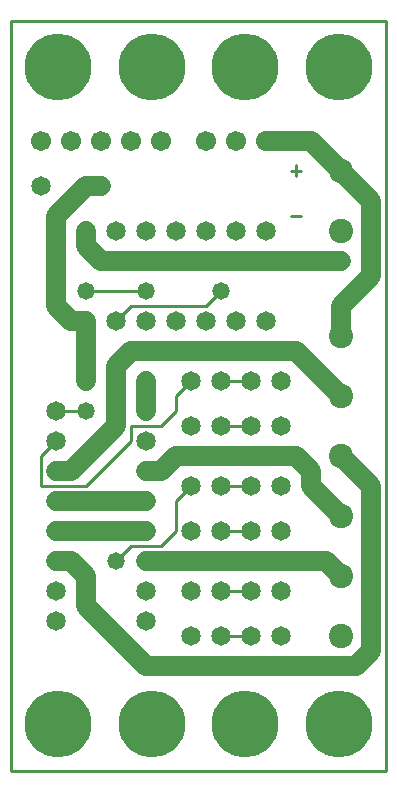
<source format=gtl>
%MOIN*%
%FSLAX25Y25*%
G04 D10 used for Character Trace; *
G04     Circle (OD=.01000) (No hole)*
G04 D11 used for Power Trace; *
G04     Circle (OD=.06700) (No hole)*
G04 D12 used for Signal Trace; *
G04     Circle (OD=.01100) (No hole)*
G04 D13 used for Via; *
G04     Circle (OD=.05800) (Round. Hole ID=.02800)*
G04 D14 used for Component hole; *
G04     Circle (OD=.06500) (Round. Hole ID=.03500)*
G04 D15 used for Component hole; *
G04     Circle (OD=.06700) (Round. Hole ID=.04300)*
G04 D16 used for Component hole; *
G04     Circle (OD=.08100) (Round. Hole ID=.05100)*
G04 D17 used for Component hole; *
G04     Circle (OD=.08900) (Round. Hole ID=.05900)*
G04 D18 used for Component hole; *
G04     Circle (OD=.11300) (Round. Hole ID=.08300)*
G04 D19 used for Component hole; *
G04     Circle (OD=.16000) (Round. Hole ID=.13000)*
G04 D20 used for Component hole; *
G04     Circle (OD=.18300) (Round. Hole ID=.15300)*
G04 D21 used for Component hole; *
G04     Circle (OD=.22291) (Round. Hole ID=.19291)*
%ADD10C,.01000*%
%ADD11C,.06700*%
%ADD12C,.01100*%
%ADD13C,.05800*%
%ADD14C,.06500*%
%ADD15C,.06700*%
%ADD16C,.08100*%
%ADD17C,.08900*%
%ADD18C,.11300*%
%ADD19C,.16000*%
%ADD20C,.18300*%
%ADD21C,.22291*%
%IPPOS*%
%LPD*%
G90*X0Y0D02*D21*X15625Y15625D03*X46875D03*D11*    
X45000Y35000D02*X115000D01*X120000Y40000D01*      
Y95000D01*X110000Y105000D01*D16*D03*D11*Y85000D02*
X100000Y95000D01*D16*X110000Y85000D03*D11*        
X100000Y95000D02*Y100000D01*X95000Y105000D01*     
X55000D01*X50000Y100000D01*X45000D01*D14*D03*D12* 
X55000Y80000D02*Y90000D01*X50000Y75000D02*        
X55000Y80000D01*X40000Y75000D02*X50000D01*        
X35000Y70000D02*X40000Y75000D01*D13*              
X35000Y70000D03*D14*X45000Y60000D03*Y80000D03*D11*
X15000D01*D14*D03*Y90000D03*D11*X45000D01*D14*D03*
D12*X55000D02*X60000Y95000D01*D14*D03*X70000D03*  
D12*X80000D01*D14*D03*X90000D03*X70000Y80000D03*  
D12*X80000D01*D14*D03*X90000D03*X60000Y60000D03*  
X70000D03*D12*X80000D01*D14*D03*X90000D03*        
X70000Y45000D03*D12*X80000D01*D14*D03*X90000D03*  
X60000D03*D11*X110000Y65000D02*X105000Y70000D01*  
D16*X110000Y65000D03*D11*X45000Y70000D02*         
X105000D01*D14*X45000D03*X60000Y80000D03*         
X45000Y50000D03*D11*X25000Y55000D02*Y65000D01*    
X45000Y35000D02*X25000Y55000D01*D14*              
X15000Y60000D03*Y50000D03*D11*X25000Y65000D02*    
X20000Y70000D01*X15000D01*D14*D03*D12*            
X10000Y95000D02*X25000D01*X10000D02*Y105000D01*   
X15000Y110000D01*D14*D03*D13*X25000Y120000D03*D12*
X15000D01*D14*D03*D13*X25000Y130000D03*D11*       
Y145000D01*Y150000D01*D14*D03*D11*X20000D01*D12*  
X25000Y145000D01*D11*X20000Y150000D02*            
X15000Y155000D01*Y185000D01*X25000Y195000D01*     
X30000D01*D14*D03*X45000Y180000D03*D15*           
X40000Y210000D03*D14*X25000Y180000D03*D11*        
Y175000D01*X30000Y170000D01*X110000D01*D13*D03*   
D11*Y155000D02*X120000Y165000D01*                 
X110000Y145000D02*Y155000D01*D16*Y145000D03*D11*  
Y125000D02*X95000Y140000D01*D16*X110000Y125000D03*
D11*X40000Y140000D02*X95000D01*X35000Y135000D02*  
X40000Y140000D01*X35000Y115000D02*Y135000D01*     
X20000Y100000D02*X35000Y115000D01*                
X15000Y100000D02*X20000D01*D14*X15000D03*D12*     
X25000Y95000D02*X40000Y110000D01*Y115000D01*      
X50000D01*X55000Y120000D01*Y125000D01*            
X60000Y130000D01*D14*D03*X70000D03*D12*X80000D01* 
D14*D03*X90000D03*X70000Y115000D03*D12*X80000D01* 
D14*D03*X90000D03*X60000D03*X45000Y150000D03*D13* 
Y130000D03*D11*Y120000D01*D14*D03*Y110000D03*     
X75000Y150000D03*X65000D03*X55000D03*X35000D03*   
D12*X40000Y155000D01*X65000D01*X70000Y160000D01*  
D13*D03*D14*X85000Y150000D03*Y180000D03*X75000D03*
X65000D03*X55000D03*D10*X93326Y185000D02*         
X96674D01*D13*X45000Y160000D03*D12*X25000D01*D13* 
D03*D14*X35000Y180000D03*X10000Y195000D03*D15*    
X75000Y210000D03*X65000D03*X50000D03*X30000D03*   
X20000D03*X10000D03*X85000D03*D11*X100000D01*     
X110000Y200000D01*D16*D03*D11*X120000Y190000D01*  
Y165000D01*D16*X110000Y180000D03*D10*             
X93326Y200000D02*X96674D01*X95000Y201914D02*      
Y198086D01*D21*X109375Y234375D03*X78125D03*       
X46875D03*D12*X125000Y0D02*Y250000D01*X0Y0D02*    
X125000D01*X0D02*Y250000D01*X125000D01*D21*       
X15625Y234375D03*D16*X110000Y45000D03*D21*        
X78125Y15625D03*X109375D03*M02*                   

</source>
